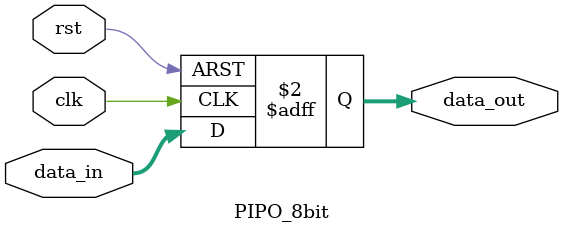
<source format=v>


module PIPO_8bit (
    input wire clk,
    input wire rst,
    input wire [7:0] data_in,
    output reg [7:0] data_out
);

always @(posedge clk or posedge rst) begin
    if (rst)
        data_out <= 8'b0;   
    else
        data_out <= data_in;
end

endmodule


</source>
